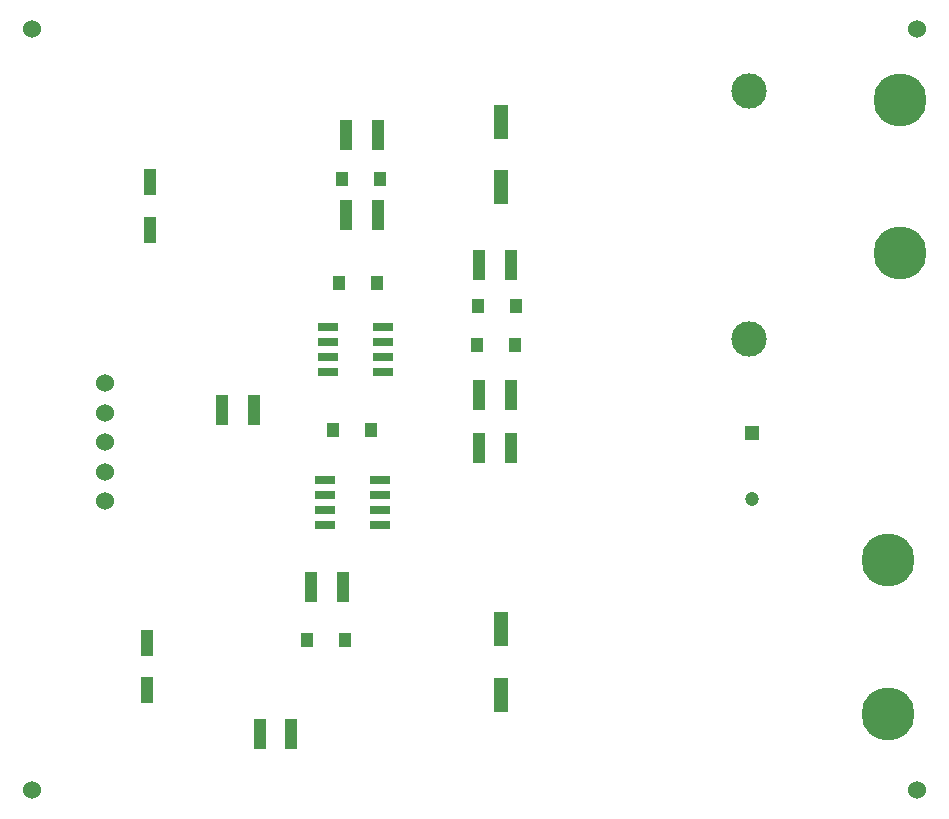
<source format=gbr>
%TF.GenerationSoftware,Altium Limited,Altium Designer,20.0.12 (288)*%
G04 Layer_Color=255*
%FSLAX44Y44*%
%MOMM*%
%TF.FileFunction,Pads,Top*%
%TF.Part,Single*%
G01*
G75*
%TA.AperFunction,SMDPad,CuDef*%
%ADD10R,1.2000X2.8500*%
%ADD11R,1.1000X2.2500*%
%ADD12R,1.1000X2.6000*%
%ADD13R,1.0000X1.2000*%
%ADD14R,1.7800X0.7200*%
%TA.AperFunction,ComponentPad*%
%ADD16C,1.2000*%
%ADD17R,1.2000X1.2000*%
%TA.AperFunction,TestPad*%
%ADD18C,4.5000*%
%TA.AperFunction,ViaPad*%
%ADD19C,1.5240*%
%TA.AperFunction,ComponentPad*%
%ADD20C,3.0000*%
%ADD21C,1.5240*%
D10*
X425000Y593750D02*
D03*
X425000Y538250D02*
D03*
X425000Y108750D02*
D03*
X425000Y164250D02*
D03*
D11*
X127500Y542750D02*
D03*
Y502250D02*
D03*
X125000Y152750D02*
D03*
Y112250D02*
D03*
D12*
X216000Y350001D02*
D03*
X189000D02*
D03*
X406500Y317500D02*
D03*
X433500D02*
D03*
X406500Y472500D02*
D03*
X433500D02*
D03*
X294000Y515000D02*
D03*
X321001D02*
D03*
X264000Y200000D02*
D03*
X291000D02*
D03*
X321000Y582500D02*
D03*
X294000D02*
D03*
X433500Y362500D02*
D03*
X406500D02*
D03*
X247500Y75000D02*
D03*
X220500D02*
D03*
D13*
X437500Y437500D02*
D03*
X405500D02*
D03*
X322500Y545000D02*
D03*
X290500D02*
D03*
X292500Y155000D02*
D03*
X260500D02*
D03*
X320000Y457500D02*
D03*
X288000D02*
D03*
X405000Y405000D02*
D03*
X437000D02*
D03*
X315000Y332500D02*
D03*
X283000D02*
D03*
D14*
X278200Y420200D02*
D03*
Y407500D02*
D03*
Y394800D02*
D03*
Y382100D02*
D03*
X325000Y420200D02*
D03*
Y407500D02*
D03*
Y394800D02*
D03*
Y382100D02*
D03*
X275700Y290200D02*
D03*
Y277500D02*
D03*
Y264800D02*
D03*
Y252100D02*
D03*
X322500Y290200D02*
D03*
Y277500D02*
D03*
Y264800D02*
D03*
Y252100D02*
D03*
D16*
X637500Y274500D02*
D03*
D17*
Y330500D02*
D03*
D18*
X762500Y612500D02*
D03*
Y482500D02*
D03*
X752500Y222500D02*
D03*
Y92500D02*
D03*
D19*
X27500Y672500D02*
D03*
Y27500D02*
D03*
X777500D02*
D03*
Y672500D02*
D03*
D20*
X635000Y410000D02*
D03*
Y620000D02*
D03*
D21*
X90000Y272500D02*
D03*
Y297500D02*
D03*
Y322500D02*
D03*
Y347500D02*
D03*
Y372500D02*
D03*
%TF.MD5,cbe167c659afa0f3c430ecae6e5de501*%
M02*

</source>
